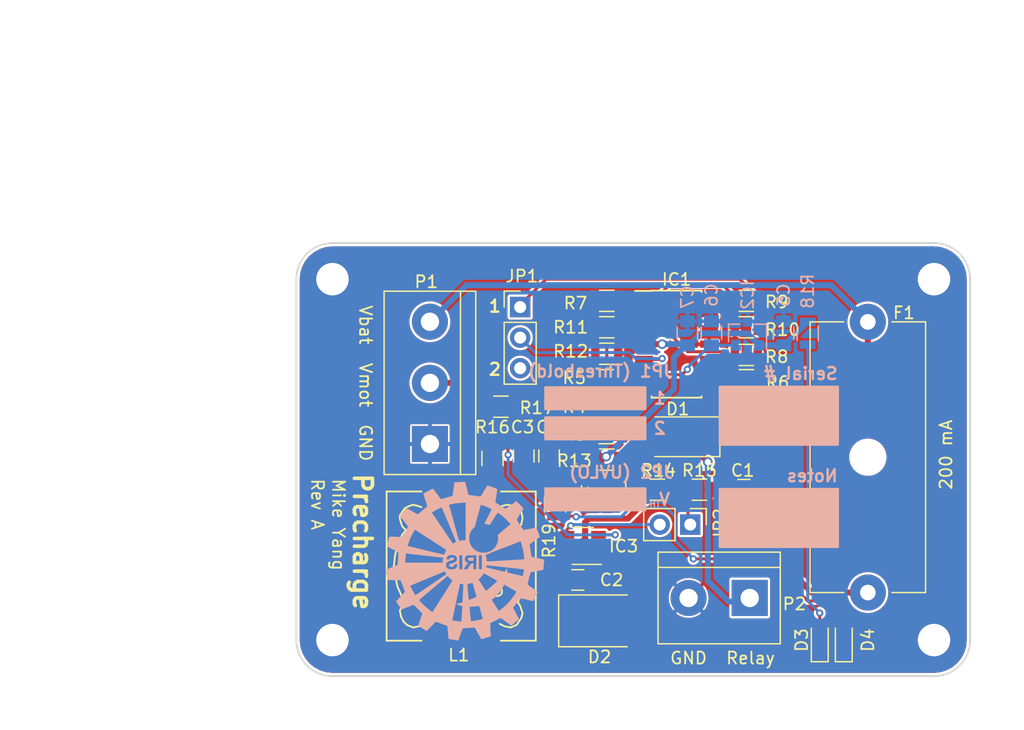
<source format=kicad_pcb>
(kicad_pcb (version 4) (host pcbnew 4.0.6)
  (layers (0 F.Cu signal) (31 B.Cu signal) (34 B.Paste user) (35 F.Paste user) (36 B.SilkS user) (37 F.SilkS user) (38 B.Mask user) (39 F.Mask user) (44 Edge.Cuts user))
  (net 0 "")
  (net 1 "/12V Buck/Vin")
  (net 2 GND)
  (net 3 "/12V Buck/BOOT")
  (net 4 "/12V Buck/SW")
  (net 5 +12V)
  (net 6 /Vbat)
  (net 7 "Net-(IC1-Pad2)")
  (net 8 "Net-(IC1-Pad3)")
  (net 9 "Net-(IC1-Pad5)")
  (net 10 /Vref)
  (net 11 "/12V Buck/FB")
  (net 12 "/12V Buck/~SHDN")
  (net 13 "/12V Buck/UVLO")
  (net 14 /Vmot)
  (net 15 /Vrelay)
  (net 16 /Vop)
  (net 17 /Relay_Gate)
  (net 18 /Vbdiv)
  (net 19 /Vmdiv)
  (net 20 "Net-(JP1-Pad1)")
  (net 21 "Net-(JP1-Pad3)")
  (net 22 "Net-(D3-Pad2)")
  (net 23 "Net-(D4-Pad2)")
  (module Resistors_SMD:R_0805 (layer B.Cu) (at 174.5 104.5 90)
    (fp_text reference R18 (at 3.5 0 270) (layer B.SilkS) (effects (justify mirror)))
    (fp_text value 1k)
    (pad 1 smd rect (at -0.95 0 90) (size 0.7 1.3) (layers B.Cu B.Paste B.Mask) (net 22 "Net-(D3-Pad2)"))
    (pad 2 smd rect (at 0.95 0 90) (size 0.7 1.3) (layers B.Cu B.Paste B.Mask) (net 5 +12V))
  )
  (module Mounting_Holes:MountingHole_2.7mm_M2.5_ISO7380_Pad (layer F.Cu) (at 185 130)
    (fp_text reference REF** hide)
    (fp_text value MountingHole_2.7mm_M2.5_ISO7380_Pad hide)
    (pad 1 thru_hole circle (at 0 0) (size 4.5 4.5) (drill 2.7) (layers *.Cu *.Mask) (net 2 GND))
  )
  (module Mounting_Holes:MountingHole_2.7mm_M2.5_ISO7380_Pad (layer F.Cu) (at 135 130)
    (fp_text reference REF** hide)
    (fp_text value MountingHole_2.7mm_M2.5_ISO7380_Pad hide)
    (pad 1 thru_hole circle (at 0 0) (size 4.5 4.5) (drill 2.7) (layers *.Cu *.Mask) (net 2 GND))
  )
  (module Mounting_Holes:MountingHole_2.7mm_M2.5_ISO7380_Pad (layer F.Cu) (at 185 100)
    (fp_text reference REF** hide)
    (fp_text value MountingHole_2.7mm_M2.5_ISO7380_Pad hide)
    (pad 1 thru_hole circle (at 0 0) (size 4.5 4.5) (drill 2.7) (layers *.Cu *.Mask) (net 2 GND))
  )
  (module Resistors_SMD:R_0805 (layer F.Cu) (at 157.8 104)
    (fp_text reference R11 (at -3 0) (layer F.SilkS))
    (fp_text value 100k)
    (pad 1 smd rect (at -0.95 0) (size 0.7 1.3) (layers F.Cu F.Paste F.Mask) (net 21 "Net-(JP1-Pad3)"))
    (pad 2 smd rect (at 0.95 0) (size 0.7 1.3) (layers F.Cu F.Paste F.Mask) (net 16 /Vop))
  )
  (module Fuse_Holders_and_Fuses:Fuseholder5x20_horiz_open_Schurter_0031_8201 (layer F.Cu) (at 179.5 103.55 270)
    (fp_text reference F1 (at -0.75 -3 540) (layer F.SilkS))
    (fp_text value 0.2A)
    (pad 1 thru_hole circle (at 0 0 270) (size 3 3) (drill 1.3) (layers *.Cu *.Mask) (net 6 /Vbat))
    (pad 2 thru_hole circle (at 22.5 0 270) (size 3 3) (drill 1.3) (layers *.Cu *.Mask) (net 1 "/12V Buck/Vin"))
    (pad "" np_thru_hole circle (at 11.25 0 270) (size 2.7 2.7) (drill 2.7) (layers *.Cu *.Mask))
  )
  (module Connectors:bornier3 (layer F.Cu) (at 143.1 113.7 90)
    (fp_text reference P1 (at 13.48 -0.3 180) (layer F.SilkS))
    (fp_text value CONN_01X03)
    (pad 1 thru_hole rect (at 0 0 90) (size 3 3) (drill 1.52) (layers *.Cu *.Mask) (net 2 GND))
    (pad 2 thru_hole circle (at 5.08 0 90) (size 3 3) (drill 1.52) (layers *.Cu *.Mask) (net 14 /Vmot))
    (pad 3 thru_hole circle (at 10.16 0 90) (size 3 3) (drill 1.52) (layers *.Cu *.Mask) (net 6 /Vbat))
  )
  (module Socket_Strips:Socket_Strip_Straight_1x02_Pitch2.54mm (layer F.Cu) (at 164.74 120.4 270)
    (fp_text reference JP2 (at 0 -2.46 450) (layer F.SilkS))
    (fp_text value JP_NC)
    (pad 1 thru_hole rect (at 0 0 270) (size 1.7 1.7) (drill 1) (layers *.Cu *.Mask) (net 13 "/12V Buck/UVLO"))
    (pad 2 thru_hole oval (at 0 2.54 270) (size 1.7 1.7) (drill 1) (layers *.Cu *.Mask) (net 12 "/12V Buck/~SHDN"))
  )
  (module Choke_SMD:Choke_SMD_12x12mm_h8mm (layer F.Cu) (at 145.7 123.85046 90)
    (fp_text reference L1 (at -7.4 -0.2 180) (layer F.SilkS))
    (fp_text value 220uH)
    (pad 1 smd rect (at -4.95046 0 90) (size 2.90068 5.40004) (layers F.Cu F.Paste F.Mask) (net 4 "/12V Buck/SW"))
    (pad 2 smd rect (at 4.95046 0 90) (size 2.90068 5.40004) (layers F.Cu F.Paste F.Mask) (net 5 +12V))
  )
  (module TO_SOT_Packages_SMD:TSOT-23-6_MK06A (layer F.Cu) (at 155.8 122.2 180)
    (fp_text reference IC3 (at -3.4 0 180) (layer F.SilkS))
    (fp_text value LMR16006)
    (pad 1 smd rect (at -1.31 -0.95 180) (size 1.22 0.65) (layers F.Cu F.Paste F.Mask) (net 3 "/12V Buck/BOOT"))
    (pad 2 smd rect (at -1.31 0 180) (size 1.22 0.65) (layers F.Cu F.Paste F.Mask) (net 2 GND))
    (pad 3 smd rect (at -1.31 0.95 180) (size 1.22 0.65) (layers F.Cu F.Paste F.Mask) (net 11 "/12V Buck/FB"))
    (pad 4 smd rect (at 1.31 0.95 180) (size 1.22 0.65) (layers F.Cu F.Paste F.Mask) (net 12 "/12V Buck/~SHDN"))
    (pad 5 smd rect (at 1.31 0 180) (size 1.22 0.65) (layers F.Cu F.Paste F.Mask) (net 1 "/12V Buck/Vin"))
    (pad 6 smd rect (at 1.31 -0.95 180) (size 1.22 0.65) (layers F.Cu F.Paste F.Mask) (net 4 "/12V Buck/SW"))
  )
  (module Connectors:bornier2 (layer F.Cu) (at 169.68 126.5 180)
    (fp_text reference P2 (at -3.72 -0.5 180) (layer F.SilkS))
    (fp_text value CONN_01X02)
    (pad 1 thru_hole rect (at 0 0 180) (size 3 3) (drill 1.52) (layers *.Cu *.Mask) (net 15 /Vrelay))
    (pad 2 thru_hole circle (at 5.08 0 180) (size 3 3) (drill 1.52) (layers *.Cu *.Mask) (net 2 GND))
  )
  (module Resistors_SMD:R_0805 (layer F.Cu) (at 157.8 101.8)
    (fp_text reference R7 (at -2.6 0.2) (layer F.SilkS))
    (fp_text value 100k)
    (pad 1 smd rect (at -0.95 0) (size 0.7 1.3) (layers F.Cu F.Paste F.Mask) (net 8 "Net-(IC1-Pad3)"))
    (pad 2 smd rect (at 0.95 0) (size 0.7 1.3) (layers F.Cu F.Paste F.Mask) (net 16 /Vop))
  )
  (module Resistors_SMD:R_0805 (layer F.Cu) (at 157.75 110.6 180)
    (fp_text reference R4 (at 2.65 0 180) (layer F.SilkS))
    (fp_text value 51k)
    (pad 1 smd rect (at -0.95 0 180) (size 0.7 1.3) (layers F.Cu F.Paste F.Mask) (net 19 /Vmdiv))
    (pad 2 smd rect (at 0.95 0 180) (size 0.7 1.3) (layers F.Cu F.Paste F.Mask) (net 2 GND))
  )
  (module Capacitors_SMD:C_0805 (layer F.Cu) (at 169.2 117.5)
    (fp_text reference C1 (at -0.1 -1.6) (layer F.SilkS))
    (fp_text value 2.2uF)
    (pad 1 smd rect (at -1 0) (size 1 1.25) (layers F.Cu F.Paste F.Mask) (net 1 "/12V Buck/Vin"))
    (pad 2 smd rect (at 1 0) (size 1 1.25) (layers F.Cu F.Paste F.Mask) (net 2 GND))
  )
  (module Capacitors_SMD:C_0805 (layer F.Cu) (at 155.4 125 180)
    (fp_text reference C2 (at -2.8 0 180) (layer F.SilkS))
    (fp_text value 100nF)
    (pad 1 smd rect (at -1 0 180) (size 1 1.25) (layers F.Cu F.Paste F.Mask) (net 3 "/12V Buck/BOOT"))
    (pad 2 smd rect (at 1 0 180) (size 1 1.25) (layers F.Cu F.Paste F.Mask) (net 4 "/12V Buck/SW"))
  )
  (module Capacitors_SMD:C_0805 (layer F.Cu) (at 150.9 114.7 90)
    (fp_text reference C3 (at 2.4 -0.1 180) (layer F.SilkS))
    (fp_text value 4.7uF)
    (pad 1 smd rect (at -1 0 90) (size 1 1.25) (layers F.Cu F.Paste F.Mask) (net 5 +12V))
    (pad 2 smd rect (at 1 0 90) (size 1 1.25) (layers F.Cu F.Paste F.Mask) (net 2 GND))
  )
  (module Capacitors_SMD:C_0805 (layer F.Cu) (at 153 114.7 90)
    (fp_text reference C4 (at 2.4 -0.1 360) (layer F.SilkS))
    (fp_text value 4.7uF)
    (pad 1 smd rect (at -1 0 90) (size 1 1.25) (layers F.Cu F.Paste F.Mask) (net 5 +12V))
    (pad 2 smd rect (at 1 0 90) (size 1 1.25) (layers F.Cu F.Paste F.Mask) (net 2 GND))
  )
  (module Diodes_SMD:D_SMA_Standard (layer F.Cu) (at 163.8 113.1 180)
    (fp_text reference D1 (at 0.1 2.3 180) (layer F.SilkS))
    (fp_text value SMAJ40CA)
    (pad 1 smd rect (at -2 0 180) (size 2.5 1.8) (layers F.Cu F.Paste F.Mask) (net 15 /Vrelay))
    (pad 2 smd rect (at 2 0 180) (size 2.5 1.8) (layers F.Cu F.Paste F.Mask) (net 2 GND))
  )
  (module Diodes_SMD:D_SMB_Standard (layer F.Cu) (at 157.35 128.4)
    (fp_text reference D2 (at -0.15 3) (layer F.SilkS))
    (fp_text value MBRS1100T3G)
    (pad 1 smd rect (at -2.15 0) (size 2.5 2.3) (layers F.Cu F.Paste F.Mask) (net 4 "/12V Buck/SW"))
    (pad 2 smd rect (at 2.15 0) (size 2.5 2.3) (layers F.Cu F.Paste F.Mask) (net 2 GND))
  )
  (module Housings_SOIC:SOIC-14_3.9x8.7mm_Pitch1.27mm (layer F.Cu) (at 163.6 105.4)
    (fp_text reference IC1 (at 0 -5.375) (layer F.SilkS))
    (fp_text value LM324)
    (pad 1 smd rect (at -2.7 -3.81) (size 1.5 0.6) (layers F.Cu F.Paste F.Mask) (net 16 /Vop))
    (pad 2 smd rect (at -2.7 -2.54) (size 1.5 0.6) (layers F.Cu F.Paste F.Mask) (net 7 "Net-(IC1-Pad2)"))
    (pad 3 smd rect (at -2.7 -1.27) (size 1.5 0.6) (layers F.Cu F.Paste F.Mask) (net 8 "Net-(IC1-Pad3)"))
    (pad 4 smd rect (at -2.7 0) (size 1.5 0.6) (layers F.Cu F.Paste F.Mask) (net 5 +12V))
    (pad 5 smd rect (at -2.7 1.27) (size 1.5 0.6) (layers F.Cu F.Paste F.Mask) (net 9 "Net-(IC1-Pad5)"))
    (pad 6 smd rect (at -2.7 2.54) (size 1.5 0.6) (layers F.Cu F.Paste F.Mask) (net 10 /Vref))
    (pad 7 smd rect (at -2.7 3.81) (size 1.5 0.6) (layers F.Cu F.Paste F.Mask) (net 17 /Relay_Gate))
    (pad 8 smd rect (at 2.7 3.81) (size 1.5 0.6) (layers F.Cu F.Paste F.Mask))
    (pad 9 smd rect (at 2.7 2.54) (size 1.5 0.6) (layers F.Cu F.Paste F.Mask))
    (pad 10 smd rect (at 2.7 1.27) (size 1.5 0.6) (layers F.Cu F.Paste F.Mask))
    (pad 11 smd rect (at 2.7 0) (size 1.5 0.6) (layers F.Cu F.Paste F.Mask) (net 2 GND))
    (pad 12 smd rect (at 2.7 -1.27) (size 1.5 0.6) (layers F.Cu F.Paste F.Mask))
    (pad 13 smd rect (at 2.7 -2.54) (size 1.5 0.6) (layers F.Cu F.Paste F.Mask))
    (pad 14 smd rect (at 2.7 -3.81) (size 1.5 0.6) (layers F.Cu F.Paste F.Mask))
  )
  (module TO_SOT_Packages_SMD:SOT-23 (layer F.Cu) (at 157.8 118 270)
    (fp_text reference Q1 (at 0 2.55 450) (layer F.SilkS))
    (fp_text value DMP3099L)
    (pad 1 smd rect (at -1 -0.95 270) (size 0.9 0.8) (layers F.Cu F.Paste F.Mask) (net 17 /Relay_Gate))
    (pad 2 smd rect (at -1 0.95 270) (size 0.9 0.8) (layers F.Cu F.Paste F.Mask) (net 5 +12V))
    (pad 3 smd rect (at 1 0 270) (size 0.9 0.8) (layers F.Cu F.Paste F.Mask) (net 15 /Vrelay))
  )
  (module Resistors_SMD:R_0805 (layer F.Cu) (at 169.4 110.6 180)
    (fp_text reference R1 (at -2.6 -0.2 180) (layer F.SilkS))
    (fp_text value 270k)
    (pad 1 smd rect (at -0.95 0 180) (size 0.7 1.3) (layers F.Cu F.Paste F.Mask) (net 6 /Vbat))
    (pad 2 smd rect (at 0.95 0 180) (size 0.7 1.3) (layers F.Cu F.Paste F.Mask) (net 18 /Vbdiv))
  )
  (module Resistors_SMD:R_0805 (layer F.Cu) (at 169.4 112.8)
    (fp_text reference R2 (at 2.6 0.2) (layer F.SilkS))
    (fp_text value 51k)
    (pad 1 smd rect (at -0.95 0) (size 0.7 1.3) (layers F.Cu F.Paste F.Mask) (net 18 /Vbdiv))
    (pad 2 smd rect (at 0.95 0) (size 0.7 1.3) (layers F.Cu F.Paste F.Mask) (net 2 GND))
  )
  (module Resistors_SMD:R_0805 (layer F.Cu) (at 157.75 112.8)
    (fp_text reference R3 (at -2.65 0.1) (layer F.SilkS))
    (fp_text value 270k)
    (pad 1 smd rect (at -0.95 0) (size 0.7 1.3) (layers F.Cu F.Paste F.Mask) (net 14 /Vmot))
    (pad 2 smd rect (at 0.95 0) (size 0.7 1.3) (layers F.Cu F.Paste F.Mask) (net 19 /Vmdiv))
  )
  (module Resistors_SMD:R_0805 (layer F.Cu) (at 157.75 108.4)
    (fp_text reference R5 (at -2.65 -0.2) (layer F.SilkS))
    (fp_text value 12k)
    (pad 1 smd rect (at -0.95 0) (size 0.7 1.3) (layers F.Cu F.Paste F.Mask) (net 8 "Net-(IC1-Pad3)"))
    (pad 2 smd rect (at 0.95 0) (size 0.7 1.3) (layers F.Cu F.Paste F.Mask) (net 19 /Vmdiv))
  )
  (module Resistors_SMD:R_0805 (layer F.Cu) (at 169.4 108.4)
    (fp_text reference R6 (at 2.6 0.2) (layer F.SilkS))
    (fp_text value 12k)
    (pad 1 smd rect (at -0.95 0) (size 0.7 1.3) (layers F.Cu F.Paste F.Mask) (net 7 "Net-(IC1-Pad2)"))
    (pad 2 smd rect (at 0.95 0) (size 0.7 1.3) (layers F.Cu F.Paste F.Mask) (net 18 /Vbdiv))
  )
  (module Resistors_SMD:R_0805 (layer F.Cu) (at 169.4 106.3 180)
    (fp_text reference R8 (at -2.525 -0.15 180) (layer F.SilkS))
    (fp_text value 100k)
    (pad 1 smd rect (at -0.95 0 180) (size 0.7 1.3) (layers F.Cu F.Paste F.Mask) (net 2 GND))
    (pad 2 smd rect (at 0.95 0 180) (size 0.7 1.3) (layers F.Cu F.Paste F.Mask) (net 7 "Net-(IC1-Pad2)"))
  )
  (module Resistors_SMD:R_0805 (layer F.Cu) (at 169.4 101.8 180)
    (fp_text reference R9 (at -2.525 -0.1 180) (layer F.SilkS))
    (fp_text value 27k)
    (pad 1 smd rect (at -0.95 0 180) (size 0.7 1.3) (layers F.Cu F.Paste F.Mask) (net 20 "Net-(JP1-Pad1)"))
    (pad 2 smd rect (at 0.95 0 180) (size 0.7 1.3) (layers F.Cu F.Paste F.Mask) (net 16 /Vop))
  )
  (module Resistors_SMD:R_0805 (layer F.Cu) (at 169.4 104)
    (fp_text reference R10 (at 3 0.2) (layer F.SilkS))
    (fp_text value 100k)
    (pad 1 smd rect (at -0.95 0) (size 0.7 1.3) (layers F.Cu F.Paste F.Mask) (net 2 GND))
    (pad 2 smd rect (at 0.95 0) (size 0.7 1.3) (layers F.Cu F.Paste F.Mask) (net 20 "Net-(JP1-Pad1)"))
  )
  (module Resistors_SMD:R_0805 (layer F.Cu) (at 157.8 106.2 180)
    (fp_text reference R12 (at 3 0.2 180) (layer F.SilkS))
    (fp_text value 15k)
    (pad 1 smd rect (at -0.95 0 180) (size 0.7 1.3) (layers F.Cu F.Paste F.Mask) (net 2 GND))
    (pad 2 smd rect (at 0.95 0 180) (size 0.7 1.3) (layers F.Cu F.Paste F.Mask) (net 21 "Net-(JP1-Pad3)"))
  )
  (module Resistors_SMD:R_0805 (layer F.Cu) (at 157.8 115)
    (fp_text reference R13 (at -2.7 0.1) (layer F.SilkS))
    (fp_text value 1M)
    (pad 1 smd rect (at -0.95 0) (size 0.7 1.3) (layers F.Cu F.Paste F.Mask) (net 5 +12V))
    (pad 2 smd rect (at 0.95 0) (size 0.7 1.3) (layers F.Cu F.Paste F.Mask) (net 17 /Relay_Gate))
  )
  (module Resistors_SMD:R_0805 (layer F.Cu) (at 162 117.5 180)
    (fp_text reference R14 (at -0.1 1.6 180) (layer F.SilkS))
    (fp_text value 620k)
    (pad 1 smd rect (at -0.95 0 180) (size 0.7 1.3) (layers F.Cu F.Paste F.Mask) (net 13 "/12V Buck/UVLO"))
    (pad 2 smd rect (at 0.95 0 180) (size 0.7 1.3) (layers F.Cu F.Paste F.Mask) (net 1 "/12V Buck/Vin"))
  )
  (module Resistors_SMD:R_0805 (layer F.Cu) (at 165.5 117.5 180)
    (fp_text reference R15 (at 0 1.6 180) (layer F.SilkS))
    (fp_text value 20k)
    (pad 1 smd rect (at -0.95 0 180) (size 0.7 1.3) (layers F.Cu F.Paste F.Mask) (net 2 GND))
    (pad 2 smd rect (at 0.95 0 180) (size 0.7 1.3) (layers F.Cu F.Paste F.Mask) (net 13 "/12V Buck/UVLO"))
  )
  (module Resistors_SMD:R_0805 (layer F.Cu) (at 148.3 114.9 270)
    (fp_text reference R16 (at -2.6 0 360) (layer F.SilkS))
    (fp_text value 88.7k)
    (pad 1 smd rect (at -0.95 0 270) (size 0.7 1.3) (layers F.Cu F.Paste F.Mask) (net 11 "/12V Buck/FB"))
    (pad 2 smd rect (at 0.95 0 270) (size 0.7 1.3) (layers F.Cu F.Paste F.Mask) (net 5 +12V))
  )
  (module Resistors_SMD:R_0805 (layer F.Cu) (at 149 110.6 180)
    (fp_text reference R17 (at -3 -0.1 180) (layer F.SilkS))
    (fp_text value 6.04k)
    (pad 1 smd rect (at -0.95 0 180) (size 0.7 1.3) (layers F.Cu F.Paste F.Mask) (net 2 GND))
    (pad 2 smd rect (at 0.95 0 180) (size 0.7 1.3) (layers F.Cu F.Paste F.Mask) (net 11 "/12V Buck/FB"))
  )
  (module Socket_Strips:Socket_Strip_Straight_1x03_Pitch2.54mm (layer F.Cu) (at 150.6 102.32)
    (fp_text reference JP1 (at 0.15 -2.57) (layer F.SilkS))
    (fp_text value JP-3)
    (pad 1 thru_hole rect (at 0 0) (size 1.7 1.7) (drill 1) (layers *.Cu *.Mask) (net 20 "Net-(JP1-Pad1)"))
    (pad 2 thru_hole oval (at 0 2.54) (size 1.7 1.7) (drill 1) (layers *.Cu *.Mask) (net 9 "Net-(IC1-Pad5)"))
    (pad 3 thru_hole oval (at 0 5.08) (size 1.7 1.7) (drill 1) (layers *.Cu *.Mask) (net 21 "Net-(JP1-Pad3)"))
  )
  (module Mounting_Holes:MountingHole_2.7mm_M2.5_ISO7380_Pad (layer F.Cu) (at 135 100)
    (fp_text reference REF** hide)
    (fp_text value MountingHole_2.7mm_M2.5_ISO7380_Pad hide)
    (pad 1 thru_hole circle (at 0 0) (size 4.5 4.5) (drill 2.7) (layers *.Cu *.Mask) (net 2 GND))
  )
  (module IRIS_Logos:IRIS_Logo_13.5 (layer B.Cu) (at 146 123.5 180)
    (fp_text reference G*** hide)
    (fp_text value LOGO hide)
  )
  (module LEDs:LED_0805 (layer F.Cu) (at 175.5 130 90)
    (fp_text reference D3 (at 0 -1.5 90) (layer F.SilkS))
    (fp_text value Blue)
    (pad 2 smd rect (at 1.1 0 270) (size 1.2 1.2) (layers F.Cu F.Paste F.Mask) (net 22 "Net-(D3-Pad2)"))
    (pad 1 smd rect (at -1.1 0 270) (size 1.2 1.2) (layers F.Cu F.Paste F.Mask) (net 2 GND))
  )
  (module LEDs:LED_0805 (layer F.Cu) (at 177.5 130 90)
    (fp_text reference D4 (at 0 2 90) (layer F.SilkS))
    (fp_text value Orange)
    (pad 2 smd rect (at 1.1 0 270) (size 1.2 1.2) (layers F.Cu F.Paste F.Mask) (net 23 "Net-(D4-Pad2)"))
    (pad 1 smd rect (at -1.1 0 270) (size 1.2 1.2) (layers F.Cu F.Paste F.Mask) (net 2 GND))
  )
  (module Resistors_SMD:R_0805 (layer F.Cu) (at 153.5 118.75 90)
    (fp_text reference R19 (at -3 -0.5 90) (layer F.SilkS))
    (fp_text value 1k)
    (pad 1 smd rect (at -0.95 0 90) (size 0.7 1.3) (layers F.Cu F.Paste F.Mask) (net 23 "Net-(D4-Pad2)"))
    (pad 2 smd rect (at 0.95 0 90) (size 0.7 1.3) (layers F.Cu F.Paste F.Mask) (net 17 /Relay_Gate))
  )
  (module Capacitors_SMD:C_0805 (layer B.Cu) (at 172.5 104.5 90)
    (fp_text reference C5 (at 3.173126 0 90) (layer B.SilkS) (effects (justify mirror)))
    (fp_text value 100nF)
    (pad 1 smd rect (at -1 0 90) (size 1 1.25) (layers B.Cu B.Paste B.Mask) (net 5 +12V))
    (pad 2 smd rect (at 1 0 90) (size 1 1.25) (layers B.Cu B.Paste B.Mask) (net 2 GND))
  )
  (module Capacitors_SMD:C_0805 (layer B.Cu) (at 166.5 104.5 90)
    (fp_text reference C6 (at 3.173126 0 90) (layer B.SilkS) (effects (justify mirror)))
    (fp_text value 1nF)
    (pad 1 smd rect (at -1 0 90) (size 1 1.25) (layers B.Cu B.Paste B.Mask) (net 10 /Vref))
    (pad 2 smd rect (at 1 0 90) (size 1 1.25) (layers B.Cu B.Paste B.Mask) (net 2 GND))
  )
  (module Capacitors_SMD:C_0805 (layer B.Cu) (at 164.5 104.5 90)
    (fp_text reference C7 (at 3 0 90) (layer B.SilkS) (effects (justify mirror)))
    (fp_text value 100nF)
    (pad 1 smd rect (at -1 0 90) (size 1 1.25) (layers B.Cu B.Paste B.Mask) (net 5 +12V))
    (pad 2 smd rect (at 1 0 90) (size 1 1.25) (layers B.Cu B.Paste B.Mask) (net 2 GND))
  )
  (module TO_SOT_Packages_SMD:SOT-23 (layer B.Cu) (at 169.5 104.5 90)
    (fp_text reference IC2 (at 3.173126 0 90) (layer B.SilkS) (effects (justify mirror)))
    (fp_text value MAX6001)
    (pad 1 smd rect (at -1 0.95 90) (size 0.9 0.8) (layers B.Cu B.Paste B.Mask) (net 5 +12V))
    (pad 2 smd rect (at -1 -0.95 90) (size 0.9 0.8) (layers B.Cu B.Paste B.Mask) (net 10 /Vref))
    (pad 3 smd rect (at 1 0 90) (size 0.9 0.8) (layers B.Cu B.Paste B.Mask) (net 2 GND))
  )
  (gr_text TH (at 161.8 118.7) (layer B.SilkS) (effects (font (size 0.5 0.5) (thickness 0.1)) (justify mirror)))
  (gr_text V (at 162.6 118.3) (layer B.SilkS) (effects (font (size 1 1) (thickness 0.2)) (justify mirror)))
  (gr_text "JP2 (UVLO)" (at 163.4 116.05) (layer B.SilkS) (effects (font (size 1 1) (thickness 0.2)) (justify left mirror)))
  (gr_text "UVLO\nEN: Short" (at 168.2 120.4) (layer F.SilkS) (effects (font (size 0.75 0.75)) (justify left)))
  (gr_text "Rev A" (at 133.75 116.5 270) (layer F.SilkS) (effects (font (size 1 1)) (justify left)))
  (gr_text "Serial #" (at 177.1 107.85) (layer B.SilkS) (effects (font (size 1 1) (thickness 0.2)) (justify left mirror)))
  (gr_text Notes (at 177.1 116.35) (layer B.SilkS) (effects (font (size 1 1) (thickness 0.2)) (justify left mirror)))
  (gr_text 2 (at 162.2 112.4) (layer B.SilkS) (effects (font (size 1 1) (thickness 0.2)) (justify mirror)))
  (gr_text 1 (at 162.2 109.9) (layer B.SilkS) (effects (font (size 1 1) (thickness 0.2)) (justify mirror)))
  (gr_text "JP1 (Threshold)" (at 163.4 107.65) (layer B.SilkS) (effects (font (size 1 1) (thickness 0.2)) (justify left mirror)))
  (gr_text 1 (at 148.5 102.25) (layer F.SilkS) (effects (font (size 1 1) (thickness 0.2))))
  (gr_text 2 (at 148.5 107.5) (layer F.SilkS) (effects (font (size 1 1) (thickness 0.2))))
  (gr_text "Mike Yang" (at 135.5 116.5 270) (layer F.SilkS) (effects (font (size 1 1)) (justify left)))
  (gr_text Precharge (at 137.5 116 270) (layer F.SilkS) (effects (font (size 1.5 1.5) (thickness 0.3)) (justify left)))
  (gr_text GND (at 164.6 131.5) (layer F.SilkS) (effects (font (size 1 1))))
  (gr_text Relay (at 169.75 131.5) (layer F.SilkS) (effects (font (size 1 1))))
  (gr_text GND (at 137.75 113.6 270) (layer F.SilkS) (effects (font (size 1 1))))
  (gr_text Vmot (at 137.75 108.8 270) (layer F.SilkS) (effects (font (size 1 1))))
  (gr_text Vbat (at 137.75 103.8 270) (layer F.SilkS) (effects (font (size 1 1))))
  (gr_arc (start 185 130) (end 188 130) (angle 90) (layer Edge.Cuts) (width 0.15))
  (gr_arc (start 135 130) (end 135 133) (angle 90) (layer Edge.Cuts) (width 0.15))
  (gr_arc (start 135 100) (end 132 100) (angle 90) (layer Edge.Cuts) (width 0.15))
  (gr_arc (start 185 100) (end 185 97) (angle 90) (layer Edge.Cuts) (width 0.15))
  (gr_text "200 mA" (at 186 114.6 90) (layer F.SilkS) (effects (font (size 1 1))))
  (gr_line (start 132 130) (end 132 100) (layer Edge.Cuts) (width 0.15))
  (gr_line (start 185 133) (end 135 133) (layer Edge.Cuts) (width 0.15))
  (gr_line (start 188 100) (end 188 130) (layer Edge.Cuts) (width 0.15))
  (gr_line (start 135 97) (end 185 97) (layer Edge.Cuts) (width 0.15))
  (segment (start 168.2 119.4) (end 168.2 117.5) (width 0.5) (layer F.Cu) (net 1))
  (segment (start 168.2 119.4) (end 174.85 126.05) (width 0.5) (layer F.Cu) (net 1))
  (segment (start 174.85 126.05) (end 179.5 126.05) (width 0.5) (layer F.Cu) (net 1))
  (segment (start 159.549999 119.900001) (end 161.05 118.4) (width 0.5) (layer F.Cu) (net 1))
  (segment (start 161.05 117.8) (end 161.05 117.5) (width 0.25) (layer F.Cu) (net 1))
  (segment (start 159.549999 119.900001) (end 156.299999 119.900001) (width 0.5) (layer F.Cu) (net 1))
  (segment (start 156.299999 119.900001) (end 156 120.2) (width 0.5) (layer F.Cu) (net 1))
  (segment (start 156 121.55) (end 156 120.2) (width 0.5) (layer F.Cu) (net 1))
  (segment (start 161.05 118.4) (end 161.05 117.5) (width 0.5) (layer F.Cu) (net 1))
  (segment (start 155.35 122.2) (end 156 121.55) (width 0.5) (layer F.Cu) (net 1))
  (segment (start 154.49 122.2) (end 155.35 122.2) (width 0.5) (layer F.Cu) (net 1))
  (segment (start 167.025 116.2) (end 168.2 117.375) (width 0.5) (layer F.Cu) (net 1))
  (segment (start 168.2 117.375) (end 168.2 117.5) (width 0.25) (layer F.Cu) (net 1))
  (segment (start 161.45 116.2) (end 167.025 116.2) (width 0.5) (layer F.Cu) (net 1))
  (segment (start 161.05 117.5) (end 161.05 116.6) (width 0.5) (layer F.Cu) (net 1))
  (segment (start 161.05 116.6) (end 161.45 116.2) (width 0.5) (layer F.Cu) (net 1))
  (segment (start 157.11 123.15) (end 157.11 124.29) (width 0.25) (layer F.Cu) (net 3))
  (segment (start 157.11 124.29) (end 156.4 125) (width 0.25) (layer F.Cu) (net 3))
  (segment (start 154.49 123.15) (end 154.49 124.91) (width 0.25) (layer F.Cu) (net 4))
  (segment (start 154.49 124.91) (end 154.4 125) (width 0.25) (layer F.Cu) (net 4))
  (segment (start 157.184315 114.75) (end 157.75 114.75) (width 0.5) (layer F.Cu) (net 5))
  (segment (start 157.1 114.75) (end 157.184315 114.75) (width 0.5) (layer F.Cu) (net 5))
  (segment (start 157.05 114.8) (end 157.1 114.75) (width 0.5) (layer F.Cu) (net 5))
  (segment (start 163.375 109.125) (end 158.149999 114.350001) (width 0.5) (layer B.Cu) (net 5))
  (segment (start 164.375 105.5) (end 163.375 106.5) (width 0.5) (layer B.Cu) (net 5))
  (segment (start 163.375 106.5) (end 163.375 109.125) (width 0.5) (layer B.Cu) (net 5))
  (segment (start 164.5 105.5) (end 164.375 105.5) (width 0.5) (layer B.Cu) (net 5))
  (segment (start 158.149999 114.350001) (end 157.75 114.75) (width 0.5) (layer B.Cu) (net 5))
  (via (at 157.75 114.75) (size 0.8) (drill 0.5) (layers F.Cu B.Cu) (net 5))
  (segment (start 172.5 105.5) (end 172.55 105.5) (width 0.5) (layer B.Cu) (net 5))
  (segment (start 172.55 105.5) (end 174.5 103.55) (width 0.5) (layer B.Cu) (net 5))
  (segment (start 170.45 105.5) (end 170.45 105.45) (width 0.5) (layer B.Cu) (net 5))
  (segment (start 170.45 105.45) (end 169.5 104.5) (width 0.5) (layer B.Cu) (net 5))
  (segment (start 164.625 105.5) (end 164.5 105.5) (width 0.5) (layer B.Cu) (net 5))
  (segment (start 169.5 104.5) (end 165.625 104.5) (width 0.5) (layer B.Cu) (net 5))
  (segment (start 165.625 104.5) (end 164.625 105.5) (width 0.5) (layer B.Cu) (net 5))
  (segment (start 172.5 105.5) (end 170.45 105.5) (width 0.5) (layer B.Cu) (net 5))
  (segment (start 162.4 105.4) (end 164.4 105.4) (width 0.5) (layer B.Cu) (net 5))
  (segment (start 164.4 105.4) (end 164.5 105.5) (width 0.5) (layer B.Cu) (net 5))
  (segment (start 157.05 114.8) (end 156.85 115) (width 0.25) (layer F.Cu) (net 5))
  (via (at 162.4 105.4) (size 0.8) (drill 0.5) (layers F.Cu B.Cu) (net 5))
  (segment (start 160.9 105.4) (end 162.4 105.4) (width 0.5) (layer F.Cu) (net 5))
  (segment (start 146.14 100.5) (end 176.45 100.5) (width 0.5) (layer B.Cu) (net 6))
  (segment (start 176.45 100.5) (end 179.5 103.55) (width 0.5) (layer B.Cu) (net 6))
  (segment (start 143.1 103.54) (end 146.14 100.5) (width 0.5) (layer B.Cu) (net 6))
  (segment (start 170.35 110.6) (end 174.4 110.6) (width 0.5) (layer F.Cu) (net 6))
  (segment (start 174.4 110.6) (end 179.5 105.5) (width 0.5) (layer F.Cu) (net 6))
  (segment (start 179.5 105.5) (end 179.5 103.55) (width 0.5) (layer F.Cu) (net 6))
  (segment (start 168.45 106.3) (end 168.45 108.4) (width 0.25) (layer F.Cu) (net 7))
  (segment (start 168.45 106.3) (end 167.85 106.3) (width 0.25) (layer F.Cu) (net 7))
  (segment (start 167.85 106.3) (end 167.575001 106.025001) (width 0.25) (layer F.Cu) (net 7))
  (segment (start 167.575001 106.025001) (end 164.515001 106.025001) (width 0.25) (layer F.Cu) (net 7))
  (segment (start 164.515001 106.025001) (end 161.35 102.86) (width 0.25) (layer F.Cu) (net 7))
  (segment (start 161.35 102.86) (end 160.9 102.86) (width 0.25) (layer F.Cu) (net 7))
  (segment (start 156.8 108.4) (end 156.8 108.1) (width 0.25) (layer F.Cu) (net 8))
  (segment (start 156.8 108.1) (end 157.8 107.1) (width 0.25) (layer F.Cu) (net 8))
  (segment (start 157.8 107.1) (end 157.8 105.454998) (width 0.25) (layer F.Cu) (net 8))
  (segment (start 157.8 105.454998) (end 158.254998 105) (width 0.25) (layer F.Cu) (net 8))
  (segment (start 158.254998 105) (end 159.58 105) (width 0.25) (layer F.Cu) (net 8))
  (segment (start 159.58 105) (end 160.45 104.13) (width 0.25) (layer F.Cu) (net 8))
  (segment (start 160.45 104.13) (end 160.9 104.13) (width 0.25) (layer F.Cu) (net 8))
  (segment (start 157.8 104.545002) (end 158.254998 105) (width 0.25) (layer F.Cu) (net 8))
  (segment (start 156.85 101.8) (end 156.85 102.1) (width 0.25) (layer F.Cu) (net 8))
  (segment (start 156.85 102.1) (end 157.8 103.05) (width 0.25) (layer F.Cu) (net 8))
  (segment (start 157.8 104.545002) (end 157.8 103.05) (width 0.25) (layer F.Cu) (net 8))
  (segment (start 150.6 104.86) (end 151.84 106.1) (width 0.25) (layer B.Cu) (net 9))
  (segment (start 162.4 106.6) (end 160.2 106.6) (width 0.25) (layer B.Cu) (net 9))
  (segment (start 160.2 106.6) (end 159.7 106.1) (width 0.25) (layer B.Cu) (net 9))
  (segment (start 159.7 106.1) (end 151.84 106.1) (width 0.25) (layer B.Cu) (net 9))
  (via (at 162.4 106.6) (size 0.6) (drill 0.3) (layers F.Cu B.Cu) (net 9))
  (segment (start 162.33 106.67) (end 162.4 106.6) (width 0.25) (layer F.Cu) (net 9))
  (segment (start 160.9 106.67) (end 162.33 106.67) (width 0.25) (layer F.Cu) (net 9))
  (segment (start 166.5 105.5) (end 166.375 105.5) (width 0.25) (layer B.Cu) (net 10))
  (segment (start 164.5 107.375) (end 164.5 107.5) (width 0.25) (layer B.Cu) (net 10))
  (segment (start 164.200001 107.799999) (end 164.5 107.5) (width 0.25) (layer F.Cu) (net 10))
  (segment (start 164.06 107.94) (end 164.200001 107.799999) (width 0.25) (layer F.Cu) (net 10))
  (segment (start 166.375 105.5) (end 164.5 107.375) (width 0.25) (layer B.Cu) (net 10))
  (segment (start 160.9 107.94) (end 164.06 107.94) (width 0.25) (layer F.Cu) (net 10))
  (via (at 164.5 107.5) (size 0.6) (drill 0.3) (layers F.Cu B.Cu) (net 10))
  (segment (start 168.55 105.5) (end 166.5 105.5) (width 0.25) (layer B.Cu) (net 10))
  (segment (start 158.5 121.25) (end 154.55 121.25) (width 0.25) (layer B.Cu) (net 11))
  (segment (start 154.55 121.25) (end 149.6 116.3) (width 0.25) (layer B.Cu) (net 11))
  (segment (start 149.6 116.3) (end 149.6 114.6) (width 0.25) (layer B.Cu) (net 11))
  (segment (start 157.11 121.25) (end 158.5 121.25) (width 0.25) (layer F.Cu) (net 11))
  (via (at 158.5 121.25) (size 0.6) (drill 0.3) (layers F.Cu B.Cu) (net 11))
  (segment (start 148.05 110.6) (end 148.05 113.7) (width 0.25) (layer F.Cu) (net 11))
  (segment (start 148.05 113.7) (end 148.3 113.95) (width 0.25) (layer F.Cu) (net 11))
  (segment (start 149.6 114.6) (end 149.6 114.175736) (width 0.25) (layer F.Cu) (net 11))
  (segment (start 149.6 114.175736) (end 149.374264 113.95) (width 0.25) (layer F.Cu) (net 11))
  (segment (start 149.374264 113.95) (end 148.3 113.95) (width 0.25) (layer F.Cu) (net 11))
  (via (at 149.6 114.6) (size 0.6) (drill 0.3) (layers F.Cu B.Cu) (net 11))
  (segment (start 162.2 120.4) (end 154.9 120.4) (width 0.25) (layer B.Cu) (net 12))
  (segment (start 154.9 120.4) (end 154.8 120.5) (width 0.25) (layer B.Cu) (net 12))
  (segment (start 162.1 120.5) (end 162.2 120.4) (width 0.25) (layer B.Cu) (net 12))
  (via (at 154.8 120.5) (size 0.6) (drill 0.3) (layers F.Cu B.Cu) (net 12))
  (segment (start 154.49 120.81) (end 154.8 120.5) (width 0.25) (layer F.Cu) (net 12))
  (segment (start 154.49 121.25) (end 154.49 120.81) (width 0.25) (layer F.Cu) (net 12))
  (segment (start 162.95 117.5) (end 164.55 117.5) (width 0.25) (layer F.Cu) (net 13))
  (segment (start 164.55 117.5) (end 164.55 120.21) (width 0.25) (layer F.Cu) (net 13))
  (segment (start 164.55 120.21) (end 164.74 120.4) (width 0.25) (layer F.Cu) (net 13))
  (segment (start 155.95 112.8) (end 156.8 112.8) (width 0.5) (layer F.Cu) (net 14))
  (segment (start 152.35 109.2) (end 155.95 112.8) (width 0.5) (layer F.Cu) (net 14))
  (segment (start 148.6 109.2) (end 152.35 109.2) (width 0.5) (layer F.Cu) (net 14))
  (segment (start 148.02 108.62) (end 148.6 109.2) (width 0.5) (layer F.Cu) (net 14))
  (segment (start 143.1 108.62) (end 148.02 108.62) (width 0.5) (layer F.Cu) (net 14))
  (segment (start 156.8 112.5) (end 156.8 112.8) (width 0.25) (layer F.Cu) (net 14))
  (segment (start 165.8 113.1) (end 165.8 114.8) (width 0.5) (layer F.Cu) (net 15))
  (segment (start 165.8 114.8) (end 166.2 115.2) (width 0.5) (layer F.Cu) (net 15))
  (via (at 166.2 115.2) (size 0.8) (drill 0.5) (layers F.Cu B.Cu) (net 15))
  (segment (start 166.2 125.07) (end 166.2 115.2) (width 0.5) (layer B.Cu) (net 15))
  (segment (start 169.68 126.8) (end 167.93 126.8) (width 0.5) (layer B.Cu) (net 15))
  (segment (start 167.93 126.8) (end 166.2 125.07) (width 0.5) (layer B.Cu) (net 15))
  (segment (start 161.2 115.2) (end 163.7 115.2) (width 0.5) (layer F.Cu) (net 15))
  (segment (start 163.7 115.2) (end 165.8 113.1) (width 0.5) (layer F.Cu) (net 15))
  (segment (start 160 118) (end 160 116.4) (width 0.5) (layer F.Cu) (net 15))
  (segment (start 159 119) (end 160 118) (width 0.5) (layer F.Cu) (net 15))
  (segment (start 166 113.6) (end 165.8 113.6) (width 0.25) (layer F.Cu) (net 15))
  (segment (start 160 116.4) (end 161.2 115.2) (width 0.5) (layer F.Cu) (net 15))
  (segment (start 157.8 119) (end 159 119) (width 0.5) (layer F.Cu) (net 15))
  (segment (start 160.9 101.59) (end 161.9 101.59) (width 0.25) (layer F.Cu) (net 16))
  (segment (start 161.9 101.59) (end 162.99 100.5) (width 0.25) (layer F.Cu) (net 16))
  (segment (start 162.99 100.5) (end 167.45 100.5) (width 0.25) (layer F.Cu) (net 16))
  (segment (start 167.45 100.5) (end 168.45 101.5) (width 0.25) (layer F.Cu) (net 16))
  (segment (start 168.45 101.5) (end 168.45 101.8) (width 0.25) (layer F.Cu) (net 16))
  (segment (start 160.9 101.59) (end 158.96 101.59) (width 0.25) (layer F.Cu) (net 16))
  (segment (start 158.96 101.59) (end 158.75 101.8) (width 0.25) (layer F.Cu) (net 16))
  (segment (start 158.75 104) (end 158.75 101.8) (width 0.25) (layer F.Cu) (net 16))
  (segment (start 153.5 117.8) (end 158 117.8) (width 0.25) (layer F.Cu) (net 17))
  (segment (start 158 117.8) (end 158.75 117.05) (width 0.25) (layer F.Cu) (net 17))
  (segment (start 158.75 117.05) (end 158.75 117) (width 0.25) (layer F.Cu) (net 17))
  (segment (start 160.9 109.21) (end 160.9 109.76) (width 0.25) (layer F.Cu) (net 17))
  (segment (start 158.75 115) (end 158.75 117) (width 0.25) (layer F.Cu) (net 17))
  (segment (start 160 110.66) (end 160 113.45) (width 0.25) (layer F.Cu) (net 17))
  (segment (start 160 113.45) (end 158.75 114.7) (width 0.25) (layer F.Cu) (net 17))
  (segment (start 158.75 114.7) (end 158.75 115) (width 0.25) (layer F.Cu) (net 17))
  (segment (start 160.9 109.76) (end 160 110.66) (width 0.25) (layer F.Cu) (net 17))
  (segment (start 168.45 110.6) (end 168.45 110.3) (width 0.25) (layer F.Cu) (net 18))
  (segment (start 168.45 110.3) (end 170.35 108.4) (width 0.25) (layer F.Cu) (net 18))
  (segment (start 168.45 110.6) (end 168.45 112.8) (width 0.25) (layer F.Cu) (net 18))
  (segment (start 158.7 110.6) (end 158.7 112.6) (width 0.25) (layer F.Cu) (net 19))
  (segment (start 158.7 108.4) (end 158.7 110.6) (width 0.25) (layer F.Cu) (net 19))
  (segment (start 150.6 102.32) (end 150.6 102.15) (width 0.25) (layer F.Cu) (net 20))
  (segment (start 150.6 102.15) (end 152.75 100) (width 0.25) (layer F.Cu) (net 20))
  (segment (start 152.75 100) (end 168.85 100) (width 0.25) (layer F.Cu) (net 20))
  (segment (start 168.85 100) (end 170.35 101.5) (width 0.25) (layer F.Cu) (net 20))
  (segment (start 170.35 101.5) (end 170.35 101.8) (width 0.25) (layer F.Cu) (net 20))
  (segment (start 170.35 101.8) (end 170.35 104) (width 0.25) (layer F.Cu) (net 20))
  (segment (start 156.85 106.2) (end 156.85 104) (width 0.25) (layer F.Cu) (net 21))
  (segment (start 150.6 107.4) (end 155.95 107.4) (width 0.25) (layer F.Cu) (net 21))
  (segment (start 155.95 107.4) (end 156.85 106.5) (width 0.25) (layer F.Cu) (net 21))
  (segment (start 156.85 106.5) (end 156.85 106.2) (width 0.25) (layer F.Cu) (net 21))
  (segment (start 175.5 127.75) (end 175.5 128.9) (width 0.25) (layer F.Cu) (net 22))
  (segment (start 174.5 105.45) (end 174.5 126.75) (width 0.25) (layer B.Cu) (net 22))
  (segment (start 174.5 126.75) (end 175.5 127.75) (width 0.25) (layer B.Cu) (net 22))
  (via (at 175.5 127.75) (size 0.6) (drill 0.3) (layers F.Cu B.Cu) (net 22))
  (segment (start 155.25 119.75) (end 159 119.75) (width 0.25) (layer B.Cu) (net 23))
  (segment (start 159 119.75) (end 159.75 119) (width 0.25) (layer B.Cu) (net 23))
  (segment (start 159.75 119) (end 162.75 119) (width 0.25) (layer B.Cu) (net 23))
  (segment (start 162.75 119) (end 163.5 119.75) (width 0.25) (layer B.Cu) (net 23))
  (segment (start 163.5 119.75) (end 163.5 121.75) (width 0.25) (layer B.Cu) (net 23))
  (segment (start 163.5 121.75) (end 165 123.25) (width 0.25) (layer B.Cu) (net 23))
  (segment (start 165 123.25) (end 171 123.25) (width 0.25) (layer F.Cu) (net 23))
  (segment (start 177.5 128.05) (end 177.5 128.9) (width 0.25) (layer F.Cu) (net 23))
  (segment (start 171 123.25) (end 174.5 126.75) (width 0.25) (layer F.Cu) (net 23))
  (segment (start 174.5 126.75) (end 176.2 126.75) (width 0.25) (layer F.Cu) (net 23))
  (segment (start 176.2 126.75) (end 177.5 128.05) (width 0.25) (layer F.Cu) (net 23))
  (via (at 165 123.25) (size 0.6) (drill 0.3) (layers F.Cu B.Cu) (net 23))
  (segment (start 153.5 119.7) (end 155.2 119.7) (width 0.25) (layer F.Cu) (net 23))
  (segment (start 155.2 119.7) (end 155.25 119.75) (width 0.25) (layer F.Cu) (net 23))
  (via (at 155.25 119.75) (size 0.6) (drill 0.3) (layers F.Cu B.Cu) (net 23))
  (zone (net 2) (net_name GND) (layer B.Cu) (connect_pads (clearance 0.2)) (min_thickness 0.2) (fill yes (arc_segments 32) (thermal_gap 0.15) (thermal_bridge_width 0.3))
    (polygon (pts (xy 130 95) (xy 190 95) (xy 190 135) (xy 130 135)))
  )
  (zone (net 2) (net_name GND) (layer F.Cu) (connect_pads (clearance 0.2)) (min_thickness 0.2) (fill yes (arc_segments 32) (thermal_gap 0.15) (thermal_bridge_width 0.3))
    (polygon (pts (xy 127.5 92.5) (xy 192.5 92.5) (xy 192.5 137.5) (xy 127.5 137.5)))
  )
  (zone (net 4) (net_name "/12V Buck/SW") (layer F.Cu) (priority 1) (connect_pads yes (clearance 0.25)) (min_thickness 0.2) (fill yes (arc_segments 32) (thermal_gap 0.15) (thermal_bridge_width 0.3))
    (polygon (pts (xy 155.2 122.7) (xy 155.2 126) (xy 156.8 127.2) (xy 156.8 129.8) (xy 156.2 130.4) (xy 142.6 130.4) (xy 142.6 125.8) (xy 146.2 122.7)))
  )
  (zone (net 5) (net_name +12V) (layer F.Cu) (priority 1) (connect_pads yes (clearance 0.25)) (min_thickness 0.2) (fill yes (arc_segments 32) (thermal_gap 0.15) (thermal_bridge_width 0.3))
    (polygon (pts (xy 143 121.7) (xy 142 121) (xy 142 117.4) (xy 142.6 116.9) (xy 146 116.9) (xy 147.4 115.1) (xy 149.5 115.1) (xy 154.5 115.1) (xy 155.5 114.2) (xy 157.2 114.2) (xy 157.6 114.7) (xy 157.6 117.2) (xy 157.1 117.7) (xy 153 117.7) (xy 149 121.7)))
  )
  (zone (net 0) (net_name "") (layer B.SilkS) (connect_pads (clearance 0.25)) (min_thickness 0.2) (fill yes (arc_segments 16) (thermal_gap 0.508) (thermal_bridge_width 0.508))
    (polygon (pts (xy 152.6 108.9) (xy 161.1 108.9) (xy 161.1 110.9) (xy 152.6 110.9)))
  )
  (zone (net 0) (net_name "") (layer B.SilkS) (connect_pads (clearance 0.25)) (min_thickness 0.2) (fill yes (arc_segments 16) (thermal_gap 0.508) (thermal_bridge_width 0.508))
    (polygon (pts (xy 152.6 111.4) (xy 161.1 111.4) (xy 161.1 113.4) (xy 152.6 113.4)))
  )
  (zone (net 0) (net_name "") (layer B.SilkS) (connect_pads (clearance 0.25)) (min_thickness 0.2) (fill yes (arc_segments 16) (thermal_gap 0.508) (thermal_bridge_width 0.508))
    (polygon (pts (xy 177.1 117.35) (xy 177.1 122.35) (xy 167.1 122.35) (xy 167.1 117.35)))
  )
  (zone (net 0) (net_name "") (layer B.SilkS) (connect_pads (clearance 0.25)) (min_thickness 0.2) (fill yes (arc_segments 16) (thermal_gap 0.508) (thermal_bridge_width 0.508))
    (polygon (pts (xy 177.1 108.85) (xy 177.1 113.85) (xy 167.1 113.85) (xy 167.1 108.85)))
  )
  (zone (net 0) (net_name "") (layer B.SilkS) (connect_pads (clearance 0.25)) (min_thickness 0.2) (fill yes (arc_segments 16) (thermal_gap 0.508) (thermal_bridge_width 0.508))
    (polygon (pts (xy 152.6 117.3) (xy 161.1 117.3) (xy 161.1 119.3) (xy 152.6 119.3)))
  )
)
</source>
